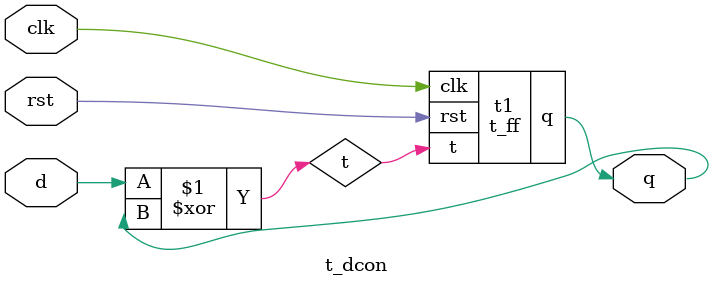
<source format=v>
module t_ff(t,clk,rst,q);
input t,clk,rst;
output reg q; 
always@(posedge clk)begin
if (!rst)q<=0;
else begin
	q<=(t?~q:q);
end
end
endmodule


module t_dcon(d,clk,rst,q);
input d,rst,clk;
output q;
wire t;
assign t=d^q;
t_ff t1(.t(t),.clk(clk),.rst(rst),.q(q));
endmodule 

</source>
